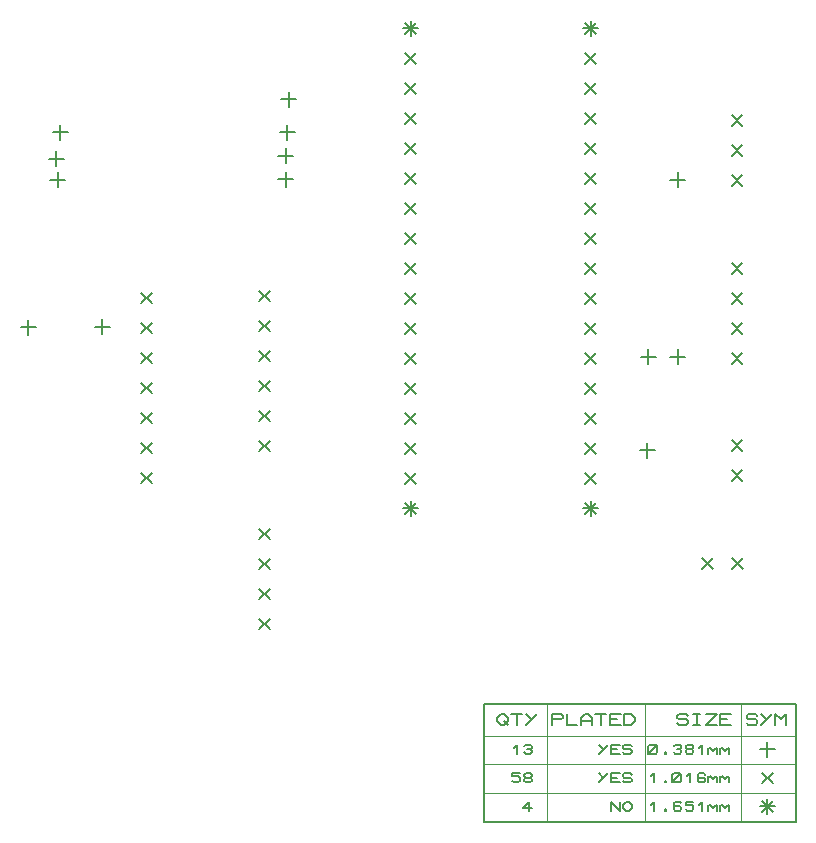
<source format=gbr>
G04 PROTEUS RS274X GERBER FILE*
%FSLAX45Y45*%
%MOMM*%
G01*
%ADD16C,0.203200*%
%ADD17C,0.127000*%
%ADD15C,0.063500*%
D16*
X-1535789Y+2127532D02*
X-1535789Y+2000532D01*
X-1472289Y+2064032D02*
X-1599289Y+2064032D01*
X-4584725Y+4823302D02*
X-4584725Y+4696302D01*
X-4521225Y+4759802D02*
X-4648225Y+4759802D01*
X-4598023Y+4623826D02*
X-4598023Y+4496826D01*
X-4534523Y+4560326D02*
X-4661523Y+4560326D01*
X-4598023Y+4424349D02*
X-4598023Y+4297349D01*
X-4534523Y+4360849D02*
X-4661523Y+4360849D01*
X-6539594Y+4598420D02*
X-6539594Y+4471420D01*
X-6476094Y+4534920D02*
X-6603094Y+4534920D01*
X-6508136Y+4823302D02*
X-6508136Y+4696302D01*
X-6444636Y+4759802D02*
X-6571636Y+4759802D01*
X-1279528Y+4418926D02*
X-1279528Y+4291926D01*
X-1216028Y+4355426D02*
X-1343028Y+4355426D01*
X-1279528Y+2918926D02*
X-1279528Y+2791926D01*
X-1216028Y+2855426D02*
X-1343028Y+2855426D01*
X-6529528Y+4418926D02*
X-6529528Y+4291926D01*
X-6466028Y+4355426D02*
X-6593028Y+4355426D01*
X-6779528Y+3168926D02*
X-6779528Y+3041926D01*
X-6716028Y+3105426D02*
X-6843028Y+3105426D01*
X-6153940Y+3174298D02*
X-6153940Y+3047298D01*
X-6090440Y+3110798D02*
X-6217440Y+3110798D01*
X-1529528Y+2918926D02*
X-1529528Y+2791926D01*
X-1466028Y+2855426D02*
X-1593028Y+2855426D01*
X-4571427Y+5102569D02*
X-4571427Y+4975569D01*
X-4507927Y+5039069D02*
X-4634927Y+5039069D01*
X-730627Y+1150327D02*
X-820429Y+1060525D01*
X-730627Y+1060525D02*
X-820429Y+1150327D01*
X-984627Y+1150327D02*
X-1074429Y+1060525D01*
X-984627Y+1060525D02*
X-1074429Y+1150327D01*
X-734627Y+2150327D02*
X-824429Y+2060525D01*
X-734627Y+2060525D02*
X-824429Y+2150327D01*
X-734627Y+1896327D02*
X-824429Y+1806525D01*
X-734627Y+1806525D02*
X-824429Y+1896327D01*
X-1972627Y+5428327D02*
X-2062429Y+5338525D01*
X-1972627Y+5338525D02*
X-2062429Y+5428327D01*
X-1972627Y+5174327D02*
X-2062429Y+5084525D01*
X-1972627Y+5084525D02*
X-2062429Y+5174327D01*
X-1972627Y+4920327D02*
X-2062429Y+4830525D01*
X-1972627Y+4830525D02*
X-2062429Y+4920327D01*
X-1972627Y+4666327D02*
X-2062429Y+4576525D01*
X-1972627Y+4576525D02*
X-2062429Y+4666327D01*
X-1972627Y+4412327D02*
X-2062429Y+4322525D01*
X-1972627Y+4322525D02*
X-2062429Y+4412327D01*
X-1972627Y+4158327D02*
X-2062429Y+4068525D01*
X-1972627Y+4068525D02*
X-2062429Y+4158327D01*
X-1972627Y+3904327D02*
X-2062429Y+3814525D01*
X-1972627Y+3814525D02*
X-2062429Y+3904327D01*
X-1972627Y+3650327D02*
X-2062429Y+3560525D01*
X-1972627Y+3560525D02*
X-2062429Y+3650327D01*
X-1972627Y+3396327D02*
X-2062429Y+3306525D01*
X-1972627Y+3306525D02*
X-2062429Y+3396327D01*
X-1972627Y+3142327D02*
X-2062429Y+3052525D01*
X-1972627Y+3052525D02*
X-2062429Y+3142327D01*
X-1972627Y+2888327D02*
X-2062429Y+2798525D01*
X-1972627Y+2798525D02*
X-2062429Y+2888327D01*
X-1972627Y+2634327D02*
X-2062429Y+2544525D01*
X-1972627Y+2544525D02*
X-2062429Y+2634327D01*
X-1972627Y+2380327D02*
X-2062429Y+2290525D01*
X-1972627Y+2290525D02*
X-2062429Y+2380327D01*
X-1972627Y+2126327D02*
X-2062429Y+2036525D01*
X-1972627Y+2036525D02*
X-2062429Y+2126327D01*
X-1972627Y+1872327D02*
X-2062429Y+1782525D01*
X-1972627Y+1782525D02*
X-2062429Y+1872327D01*
X-3496627Y+1872327D02*
X-3586429Y+1782525D01*
X-3496627Y+1782525D02*
X-3586429Y+1872327D01*
X-3496627Y+2126327D02*
X-3586429Y+2036525D01*
X-3496627Y+2036525D02*
X-3586429Y+2126327D01*
X-3496627Y+2380327D02*
X-3586429Y+2290525D01*
X-3496627Y+2290525D02*
X-3586429Y+2380327D01*
X-3496627Y+2634327D02*
X-3586429Y+2544525D01*
X-3496627Y+2544525D02*
X-3586429Y+2634327D01*
X-3496627Y+2888327D02*
X-3586429Y+2798525D01*
X-3496627Y+2798525D02*
X-3586429Y+2888327D01*
X-3496627Y+3142327D02*
X-3586429Y+3052525D01*
X-3496627Y+3052525D02*
X-3586429Y+3142327D01*
X-3496627Y+3396327D02*
X-3586429Y+3306525D01*
X-3496627Y+3306525D02*
X-3586429Y+3396327D01*
X-3496627Y+3650327D02*
X-3586429Y+3560525D01*
X-3496627Y+3560525D02*
X-3586429Y+3650327D01*
X-3496627Y+3904327D02*
X-3586429Y+3814525D01*
X-3496627Y+3814525D02*
X-3586429Y+3904327D01*
X-3496627Y+4158327D02*
X-3586429Y+4068525D01*
X-3496627Y+4068525D02*
X-3586429Y+4158327D01*
X-3496627Y+4412327D02*
X-3586429Y+4322525D01*
X-3496627Y+4322525D02*
X-3586429Y+4412327D01*
X-3496627Y+4666327D02*
X-3586429Y+4576525D01*
X-3496627Y+4576525D02*
X-3586429Y+4666327D01*
X-3496627Y+4920327D02*
X-3586429Y+4830525D01*
X-3496627Y+4830525D02*
X-3586429Y+4920327D01*
X-3496627Y+5174327D02*
X-3586429Y+5084525D01*
X-3496627Y+5084525D02*
X-3586429Y+5174327D01*
X-3496627Y+5428327D02*
X-3586429Y+5338525D01*
X-3496627Y+5338525D02*
X-3586429Y+5428327D01*
X-2017528Y+5700926D02*
X-2017528Y+5573926D01*
X-1954028Y+5637426D02*
X-2081028Y+5637426D01*
X-1972627Y+5682327D02*
X-2062429Y+5592525D01*
X-1972627Y+5592525D02*
X-2062429Y+5682327D01*
X-3541528Y+5700926D02*
X-3541528Y+5573926D01*
X-3478028Y+5637426D02*
X-3605028Y+5637426D01*
X-3496627Y+5682327D02*
X-3586429Y+5592525D01*
X-3496627Y+5592525D02*
X-3586429Y+5682327D01*
X-3541528Y+1636926D02*
X-3541528Y+1509926D01*
X-3478028Y+1573426D02*
X-3605028Y+1573426D01*
X-3496627Y+1618327D02*
X-3586429Y+1528525D01*
X-3496627Y+1528525D02*
X-3586429Y+1618327D01*
X-2017528Y+1636926D02*
X-2017528Y+1509926D01*
X-1954028Y+1573426D02*
X-2081028Y+1573426D01*
X-1972627Y+1618327D02*
X-2062429Y+1528525D01*
X-1972627Y+1528525D02*
X-2062429Y+1618327D01*
X-4734627Y+3416327D02*
X-4824429Y+3326525D01*
X-4734627Y+3326525D02*
X-4824429Y+3416327D01*
X-4734627Y+3162327D02*
X-4824429Y+3072525D01*
X-4734627Y+3072525D02*
X-4824429Y+3162327D01*
X-4734627Y+2908327D02*
X-4824429Y+2818525D01*
X-4734627Y+2818525D02*
X-4824429Y+2908327D01*
X-4734627Y+2654327D02*
X-4824429Y+2564525D01*
X-4734627Y+2564525D02*
X-4824429Y+2654327D01*
X-4734627Y+2400327D02*
X-4824429Y+2310525D01*
X-4734627Y+2310525D02*
X-4824429Y+2400327D01*
X-4734627Y+2146327D02*
X-4824429Y+2056525D01*
X-4734627Y+2056525D02*
X-4824429Y+2146327D01*
X-5734627Y+3400327D02*
X-5824429Y+3310525D01*
X-5734627Y+3310525D02*
X-5824429Y+3400327D01*
X-5734627Y+3146327D02*
X-5824429Y+3056525D01*
X-5734627Y+3056525D02*
X-5824429Y+3146327D01*
X-5734627Y+2892327D02*
X-5824429Y+2802525D01*
X-5734627Y+2802525D02*
X-5824429Y+2892327D01*
X-5734627Y+2638327D02*
X-5824429Y+2548525D01*
X-5734627Y+2548525D02*
X-5824429Y+2638327D01*
X-5734627Y+2384327D02*
X-5824429Y+2294525D01*
X-5734627Y+2294525D02*
X-5824429Y+2384327D01*
X-5734627Y+2130327D02*
X-5824429Y+2040525D01*
X-5734627Y+2040525D02*
X-5824429Y+2130327D01*
X-5734627Y+1876327D02*
X-5824429Y+1786525D01*
X-5734627Y+1786525D02*
X-5824429Y+1876327D01*
X-734627Y+4900327D02*
X-824429Y+4810525D01*
X-734627Y+4810525D02*
X-824429Y+4900327D01*
X-734627Y+4646327D02*
X-824429Y+4556525D01*
X-734627Y+4556525D02*
X-824429Y+4646327D01*
X-734627Y+4392327D02*
X-824429Y+4302525D01*
X-734627Y+4302525D02*
X-824429Y+4392327D01*
X-4734627Y+1400327D02*
X-4824429Y+1310525D01*
X-4734627Y+1310525D02*
X-4824429Y+1400327D01*
X-4734627Y+1146327D02*
X-4824429Y+1056525D01*
X-4734627Y+1056525D02*
X-4824429Y+1146327D01*
X-4734627Y+892327D02*
X-4824429Y+802525D01*
X-4734627Y+802525D02*
X-4824429Y+892327D01*
X-4734627Y+638327D02*
X-4824429Y+548525D01*
X-4734627Y+548525D02*
X-4824429Y+638327D01*
X-734627Y+3650327D02*
X-824429Y+3560525D01*
X-734627Y+3560525D02*
X-824429Y+3650327D01*
X-734627Y+3396327D02*
X-824429Y+3306525D01*
X-734627Y+3306525D02*
X-824429Y+3396327D01*
X-734627Y+3142327D02*
X-824429Y+3052525D01*
X-734627Y+3052525D02*
X-824429Y+3142327D01*
X-734627Y+2888327D02*
X-824429Y+2798525D01*
X-734627Y+2798525D02*
X-824429Y+2888327D01*
D17*
X-2918630Y-1083501D02*
X-274490Y-1083501D01*
X-274490Y-80201D01*
X-2918630Y-80201D01*
X-2918630Y-1083501D01*
D15*
X-741852Y-80201D02*
X-741852Y-1083501D01*
X-1554652Y-80201D02*
X-1554652Y-1083501D01*
X-2387772Y-80201D02*
X-2387772Y-1083501D01*
X-274490Y-353251D02*
X-2918630Y-353251D01*
X-274490Y-594551D02*
X-2918630Y-594551D01*
X-274490Y-835851D02*
X-2918630Y-835851D01*
D17*
X-697400Y-244031D02*
X-682160Y-259271D01*
X-621200Y-259271D01*
X-605960Y-244031D01*
X-605960Y-228791D01*
X-621200Y-213551D01*
X-682160Y-213551D01*
X-697400Y-198311D01*
X-697400Y-183071D01*
X-682160Y-167831D01*
X-621200Y-167831D01*
X-605960Y-183071D01*
X-484040Y-167831D02*
X-575480Y-259271D01*
X-575480Y-167831D02*
X-529760Y-213551D01*
X-453560Y-259271D02*
X-453560Y-167831D01*
X-407840Y-213551D01*
X-362120Y-167831D01*
X-362120Y-259271D01*
X-1286680Y-244031D02*
X-1271440Y-259271D01*
X-1210480Y-259271D01*
X-1195240Y-244031D01*
X-1195240Y-228791D01*
X-1210480Y-213551D01*
X-1271440Y-213551D01*
X-1286680Y-198311D01*
X-1286680Y-183071D01*
X-1271440Y-167831D01*
X-1210480Y-167831D01*
X-1195240Y-183071D01*
X-1149520Y-167831D02*
X-1088560Y-167831D01*
X-1119040Y-167831D02*
X-1119040Y-259271D01*
X-1149520Y-259271D02*
X-1088560Y-259271D01*
X-1042840Y-167831D02*
X-951400Y-167831D01*
X-1042840Y-259271D01*
X-951400Y-259271D01*
X-829480Y-259271D02*
X-920920Y-259271D01*
X-920920Y-167831D01*
X-829480Y-167831D01*
X-920920Y-213551D02*
X-859960Y-213551D01*
X-2343320Y-259271D02*
X-2343320Y-167831D01*
X-2267120Y-167831D01*
X-2251880Y-183071D01*
X-2251880Y-198311D01*
X-2267120Y-213551D01*
X-2343320Y-213551D01*
X-2221400Y-167831D02*
X-2221400Y-259271D01*
X-2129960Y-259271D01*
X-2099480Y-259271D02*
X-2099480Y-198311D01*
X-2069000Y-167831D01*
X-2038520Y-167831D01*
X-2008040Y-198311D01*
X-2008040Y-259271D01*
X-2099480Y-228791D02*
X-2008040Y-228791D01*
X-1977560Y-167831D02*
X-1886120Y-167831D01*
X-1931840Y-167831D02*
X-1931840Y-259271D01*
X-1764200Y-259271D02*
X-1855640Y-259271D01*
X-1855640Y-167831D01*
X-1764200Y-167831D01*
X-1855640Y-213551D02*
X-1794680Y-213551D01*
X-1733720Y-259271D02*
X-1733720Y-167831D01*
X-1672760Y-167831D01*
X-1642280Y-198311D01*
X-1642280Y-228791D01*
X-1672760Y-259271D01*
X-1733720Y-259271D01*
X-2810680Y-198311D02*
X-2780200Y-167831D01*
X-2749720Y-167831D01*
X-2719240Y-198311D01*
X-2719240Y-228791D01*
X-2749720Y-259271D01*
X-2780200Y-259271D01*
X-2810680Y-228791D01*
X-2810680Y-198311D01*
X-2749720Y-228791D02*
X-2719240Y-259271D01*
X-2688760Y-167831D02*
X-2597320Y-167831D01*
X-2643040Y-167831D02*
X-2643040Y-259271D01*
X-2475400Y-167831D02*
X-2566840Y-259271D01*
X-2566840Y-167831D02*
X-2521120Y-213551D01*
D16*
X-520870Y-404051D02*
X-520870Y-531051D01*
X-457370Y-467551D02*
X-584370Y-467551D01*
D17*
X-1529250Y-492951D02*
X-1529250Y-442151D01*
X-1516550Y-429451D01*
X-1465750Y-429451D01*
X-1453050Y-442151D01*
X-1453050Y-492951D01*
X-1465750Y-505651D01*
X-1516550Y-505651D01*
X-1529250Y-492951D01*
X-1529250Y-505651D02*
X-1453050Y-429451D01*
X-1389550Y-492951D02*
X-1376850Y-492951D01*
X-1376850Y-505651D01*
X-1389550Y-505651D01*
X-1389550Y-492951D01*
X-1313350Y-442151D02*
X-1300650Y-429451D01*
X-1262550Y-429451D01*
X-1249850Y-442151D01*
X-1249850Y-454851D01*
X-1262550Y-467551D01*
X-1249850Y-480251D01*
X-1249850Y-492951D01*
X-1262550Y-505651D01*
X-1300650Y-505651D01*
X-1313350Y-492951D01*
X-1287950Y-467551D02*
X-1262550Y-467551D01*
X-1199050Y-467551D02*
X-1211750Y-454851D01*
X-1211750Y-442151D01*
X-1199050Y-429451D01*
X-1160950Y-429451D01*
X-1148250Y-442151D01*
X-1148250Y-454851D01*
X-1160950Y-467551D01*
X-1199050Y-467551D01*
X-1211750Y-480251D01*
X-1211750Y-492951D01*
X-1199050Y-505651D01*
X-1160950Y-505651D01*
X-1148250Y-492951D01*
X-1148250Y-480251D01*
X-1160950Y-467551D01*
X-1097450Y-454851D02*
X-1072050Y-429451D01*
X-1072050Y-505651D01*
X-1021250Y-505651D02*
X-1021250Y-454851D01*
X-1021250Y-467551D02*
X-1008550Y-454851D01*
X-983150Y-480251D01*
X-957750Y-454851D01*
X-945050Y-467551D01*
X-945050Y-505651D01*
X-919650Y-505651D02*
X-919650Y-454851D01*
X-919650Y-467551D02*
X-906950Y-454851D01*
X-881550Y-480251D01*
X-856150Y-454851D01*
X-843450Y-467551D01*
X-843450Y-505651D01*
X-1872150Y-429451D02*
X-1948350Y-505651D01*
X-1948350Y-429451D02*
X-1910250Y-467551D01*
X-1770550Y-505651D02*
X-1846750Y-505651D01*
X-1846750Y-429451D01*
X-1770550Y-429451D01*
X-1846750Y-467551D02*
X-1795950Y-467551D01*
X-1745150Y-492951D02*
X-1732450Y-505651D01*
X-1681650Y-505651D01*
X-1668950Y-492951D01*
X-1668950Y-480251D01*
X-1681650Y-467551D01*
X-1732450Y-467551D01*
X-1745150Y-454851D01*
X-1745150Y-442151D01*
X-1732450Y-429451D01*
X-1681650Y-429451D01*
X-1668950Y-442151D01*
X-2667170Y-454851D02*
X-2641770Y-429451D01*
X-2641770Y-505651D01*
X-2578270Y-442151D02*
X-2565570Y-429451D01*
X-2527470Y-429451D01*
X-2514770Y-442151D01*
X-2514770Y-454851D01*
X-2527470Y-467551D01*
X-2514770Y-480251D01*
X-2514770Y-492951D01*
X-2527470Y-505651D01*
X-2565570Y-505651D01*
X-2578270Y-492951D01*
X-2552870Y-467551D02*
X-2527470Y-467551D01*
D16*
X-475969Y-663950D02*
X-565771Y-753752D01*
X-475969Y-753752D02*
X-565771Y-663950D01*
D17*
X-1503850Y-696151D02*
X-1478450Y-670751D01*
X-1478450Y-746951D01*
X-1389550Y-734251D02*
X-1376850Y-734251D01*
X-1376850Y-746951D01*
X-1389550Y-746951D01*
X-1389550Y-734251D01*
X-1326050Y-734251D02*
X-1326050Y-683451D01*
X-1313350Y-670751D01*
X-1262550Y-670751D01*
X-1249850Y-683451D01*
X-1249850Y-734251D01*
X-1262550Y-746951D01*
X-1313350Y-746951D01*
X-1326050Y-734251D01*
X-1326050Y-746951D02*
X-1249850Y-670751D01*
X-1199050Y-696151D02*
X-1173650Y-670751D01*
X-1173650Y-746951D01*
X-1046650Y-683451D02*
X-1059350Y-670751D01*
X-1097450Y-670751D01*
X-1110150Y-683451D01*
X-1110150Y-734251D01*
X-1097450Y-746951D01*
X-1059350Y-746951D01*
X-1046650Y-734251D01*
X-1046650Y-721551D01*
X-1059350Y-708851D01*
X-1110150Y-708851D01*
X-1021250Y-746951D02*
X-1021250Y-696151D01*
X-1021250Y-708851D02*
X-1008550Y-696151D01*
X-983150Y-721551D01*
X-957750Y-696151D01*
X-945050Y-708851D01*
X-945050Y-746951D01*
X-919650Y-746951D02*
X-919650Y-696151D01*
X-919650Y-708851D02*
X-906950Y-696151D01*
X-881550Y-721551D01*
X-856150Y-696151D01*
X-843450Y-708851D01*
X-843450Y-746951D01*
X-1872150Y-670751D02*
X-1948350Y-746951D01*
X-1948350Y-670751D02*
X-1910250Y-708851D01*
X-1770550Y-746951D02*
X-1846750Y-746951D01*
X-1846750Y-670751D01*
X-1770550Y-670751D01*
X-1846750Y-708851D02*
X-1795950Y-708851D01*
X-1745150Y-734251D02*
X-1732450Y-746951D01*
X-1681650Y-746951D01*
X-1668950Y-734251D01*
X-1668950Y-721551D01*
X-1681650Y-708851D01*
X-1732450Y-708851D01*
X-1745150Y-696151D01*
X-1745150Y-683451D01*
X-1732450Y-670751D01*
X-1681650Y-670751D01*
X-1668950Y-683451D01*
X-2616370Y-670751D02*
X-2679870Y-670751D01*
X-2679870Y-696151D01*
X-2629070Y-696151D01*
X-2616370Y-708851D01*
X-2616370Y-734251D01*
X-2629070Y-746951D01*
X-2667170Y-746951D01*
X-2679870Y-734251D01*
X-2565570Y-708851D02*
X-2578270Y-696151D01*
X-2578270Y-683451D01*
X-2565570Y-670751D01*
X-2527470Y-670751D01*
X-2514770Y-683451D01*
X-2514770Y-696151D01*
X-2527470Y-708851D01*
X-2565570Y-708851D01*
X-2578270Y-721551D01*
X-2578270Y-734251D01*
X-2565570Y-746951D01*
X-2527470Y-746951D01*
X-2514770Y-734251D01*
X-2514770Y-721551D01*
X-2527470Y-708851D01*
D16*
X-520870Y-886651D02*
X-520870Y-1013651D01*
X-457370Y-950151D02*
X-584370Y-950151D01*
X-475969Y-905250D02*
X-565771Y-995052D01*
X-475969Y-995052D02*
X-565771Y-905250D01*
D17*
X-1503850Y-937451D02*
X-1478450Y-912051D01*
X-1478450Y-988251D01*
X-1389550Y-975551D02*
X-1376850Y-975551D01*
X-1376850Y-988251D01*
X-1389550Y-988251D01*
X-1389550Y-975551D01*
X-1249850Y-924751D02*
X-1262550Y-912051D01*
X-1300650Y-912051D01*
X-1313350Y-924751D01*
X-1313350Y-975551D01*
X-1300650Y-988251D01*
X-1262550Y-988251D01*
X-1249850Y-975551D01*
X-1249850Y-962851D01*
X-1262550Y-950151D01*
X-1313350Y-950151D01*
X-1148250Y-912051D02*
X-1211750Y-912051D01*
X-1211750Y-937451D01*
X-1160950Y-937451D01*
X-1148250Y-950151D01*
X-1148250Y-975551D01*
X-1160950Y-988251D01*
X-1199050Y-988251D01*
X-1211750Y-975551D01*
X-1097450Y-937451D02*
X-1072050Y-912051D01*
X-1072050Y-988251D01*
X-1021250Y-988251D02*
X-1021250Y-937451D01*
X-1021250Y-950151D02*
X-1008550Y-937451D01*
X-983150Y-962851D01*
X-957750Y-937451D01*
X-945050Y-950151D01*
X-945050Y-988251D01*
X-919650Y-988251D02*
X-919650Y-937451D01*
X-919650Y-950151D02*
X-906950Y-937451D01*
X-881550Y-962851D01*
X-856150Y-937451D01*
X-843450Y-950151D01*
X-843450Y-988251D01*
X-1846750Y-988251D02*
X-1846750Y-912051D01*
X-1770550Y-988251D01*
X-1770550Y-912051D01*
X-1745150Y-937451D02*
X-1719750Y-912051D01*
X-1694350Y-912051D01*
X-1668950Y-937451D01*
X-1668950Y-962851D01*
X-1694350Y-988251D01*
X-1719750Y-988251D01*
X-1745150Y-962851D01*
X-1745150Y-937451D01*
X-2514770Y-962851D02*
X-2590970Y-962851D01*
X-2540170Y-912051D01*
X-2540170Y-988251D01*
M02*

</source>
